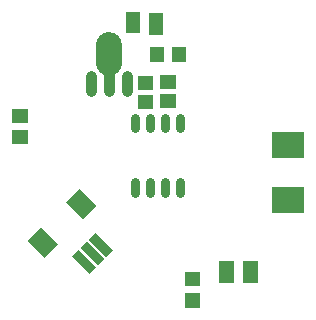
<source format=gbs>
G04 Layer: BottomSolderMaskLayer*
G04 EasyEDA v6.3.53, 2020-12-20T20:36:17+08:00*
G04 c64323ac755740268967727d35aa34f5,c1f3c4082e0f4854a6dddf38f96dced1,10*
G04 Gerber Generator version 0.2*
G04 Scale: 100 percent, Rotated: No, Reflected: No *
G04 Dimensions in millimeters *
G04 leading zeros omitted , absolute positions ,3 integer and 3 decimal *
%FSLAX33Y33*%
%MOMM*%
G90*
G71D02*

%ADD52C,2.203196*%
%ADD53C,0.903199*%
%ADD54C,0.803199*%

%LPD*%
G54D52*
G01X10008Y21831D02*
G01X10008Y23331D01*
G54D53*
G01X10008Y19481D02*
G01X10008Y20881D01*
G01X8507Y19482D02*
G01X8507Y20682D01*
G01X11510Y19482D02*
G01X11510Y20682D01*
G54D54*
G01X12221Y16279D02*
G01X12221Y17199D01*
G01X13491Y16279D02*
G01X13491Y17199D01*
G01X14761Y16279D02*
G01X14761Y17199D01*
G01X16031Y16279D02*
G01X16031Y17199D01*
G01X12221Y10800D02*
G01X12221Y11720D01*
G01X13491Y10800D02*
G01X13491Y11720D01*
G01X14761Y10800D02*
G01X14761Y11720D01*
G01X16031Y10800D02*
G01X16031Y11720D01*
G36*
G01X11421Y24330D02*
G01X11421Y26133D01*
G01X12625Y26133D01*
G01X12625Y24330D01*
G01X11421Y24330D01*
G37*
G36*
G01X13372Y24213D02*
G01X13372Y26016D01*
G01X14576Y26016D01*
G01X14576Y24213D01*
G01X13372Y24213D01*
G37*
G36*
G01X21406Y3217D02*
G01X21406Y5021D01*
G01X22610Y5021D01*
G01X22610Y3217D01*
G01X21406Y3217D01*
G37*
G36*
G01X19364Y3230D02*
G01X19364Y5033D01*
G01X20568Y5033D01*
G01X20568Y3230D01*
G01X19364Y3230D01*
G37*
G36*
G01X4584Y5351D02*
G01X3169Y6766D01*
G01X4302Y7901D01*
G01X5719Y6484D01*
G01X4584Y5351D01*
G37*
G36*
G01X8368Y3972D02*
G01X6880Y5457D01*
G01X7449Y6026D01*
G01X8935Y4538D01*
G01X8368Y3972D01*
G37*
G36*
G01X9074Y4678D02*
G01X7586Y6166D01*
G01X8155Y6733D01*
G01X9643Y5247D01*
G01X9074Y4678D01*
G37*
G36*
G01X9781Y5386D02*
G01X8295Y6872D01*
G01X8861Y7441D01*
G01X10349Y5953D01*
G01X9781Y5386D01*
G37*
G36*
G01X7837Y8602D02*
G01X6420Y10019D01*
G01X7553Y11152D01*
G01X8970Y9735D01*
G01X7837Y8602D01*
G37*
G36*
G01X1830Y16743D02*
G01X1830Y17944D01*
G01X3133Y17944D01*
G01X3133Y16743D01*
G01X1830Y16743D01*
G37*
G36*
G01X1830Y14942D02*
G01X1830Y16146D01*
G01X3133Y16146D01*
G01X3133Y14942D01*
G01X1830Y14942D01*
G37*
G36*
G01X15313Y21876D02*
G01X15313Y23179D01*
G01X16514Y23179D01*
G01X16514Y21876D01*
G01X15313Y21876D01*
G37*
G36*
G01X13512Y21876D02*
G01X13512Y23179D01*
G01X14716Y23179D01*
G01X14716Y21876D01*
G01X13512Y21876D01*
G37*
G36*
G01X23814Y9092D02*
G01X23814Y11294D01*
G01X26519Y11294D01*
G01X26519Y9092D01*
G01X23814Y9092D01*
G37*
G36*
G01X23814Y13791D02*
G01X23814Y15996D01*
G01X26519Y15996D01*
G01X26519Y13791D01*
G01X23814Y13791D01*
G37*
G36*
G01X16443Y1109D02*
G01X16443Y2313D01*
G01X17746Y2313D01*
G01X17746Y1109D01*
G01X16443Y1109D01*
G37*
G36*
G01X16443Y2910D02*
G01X16443Y4114D01*
G01X17746Y4114D01*
G01X17746Y2910D01*
G01X16443Y2910D01*
G37*
G36*
G01X12450Y19501D02*
G01X12450Y20705D01*
G01X13753Y20705D01*
G01X13753Y19501D01*
G01X12450Y19501D01*
G37*
G36*
G01X12450Y17901D02*
G01X12450Y19105D01*
G01X13753Y19105D01*
G01X13753Y17901D01*
G01X12450Y17901D01*
G37*
G36*
G01X14350Y19593D02*
G01X14350Y20797D01*
G01X15653Y20797D01*
G01X15653Y19593D01*
G01X14350Y19593D01*
G37*
G36*
G01X14350Y17992D02*
G01X14350Y19196D01*
G01X15653Y19196D01*
G01X15653Y17992D01*
G01X14350Y17992D01*
G37*
M00*
M02*

</source>
